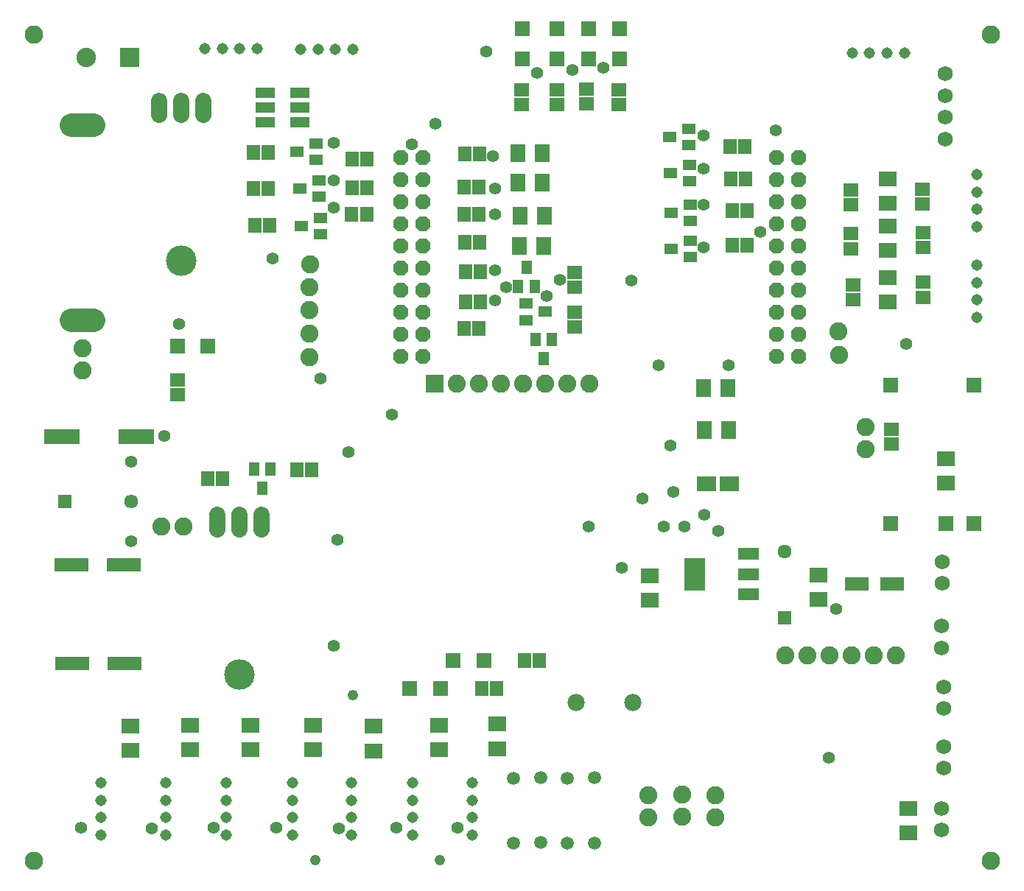
<source format=gts>
G75*
%MOIN*%
%OFA0B0*%
%FSLAX25Y25*%
%IPPOS*%
%LPD*%
%AMOC8*
5,1,8,0,0,1.08239X$1,22.5*
%
%ADD10C,0.08280*%
%ADD11R,0.06343X0.06343*%
%ADD12C,0.06343*%
%ADD13C,0.06824*%
%ADD14R,0.07887X0.07099*%
%ADD15R,0.11036X0.06312*%
%ADD16R,0.15761X0.06312*%
%ADD17R,0.07099X0.07887*%
%ADD18R,0.16154X0.07099*%
%ADD19R,0.06312X0.04737*%
%ADD20R,0.09600X0.05600*%
%ADD21R,0.09461X0.14973*%
%ADD22R,0.06706X0.06706*%
%ADD23R,0.08674X0.05131*%
%ADD24R,0.08800X0.08800*%
%ADD25C,0.08800*%
%ADD26R,0.04737X0.06312*%
%ADD27R,0.05918X0.06706*%
%ADD28R,0.06706X0.05918*%
%ADD29C,0.08200*%
%ADD30OC8,0.06824*%
%ADD31C,0.05950*%
%ADD32R,0.06824X0.06824*%
%ADD33C,0.10800*%
%ADD34R,0.08674X0.06706*%
%ADD35C,0.05162*%
%ADD36C,0.07800*%
%ADD37R,0.08200X0.08200*%
%ADD38C,0.07400*%
%ADD39C,0.13800*%
%ADD40C,0.05550*%
%ADD41C,0.04762*%
D10*
X0010843Y0010843D03*
X0010843Y0384858D03*
X0443913Y0384858D03*
X0443913Y0010843D03*
D11*
X0350543Y0120640D03*
X0025039Y0173587D03*
D12*
X0055039Y0173587D03*
X0350543Y0150640D03*
D13*
X0421850Y0146197D03*
X0421850Y0136354D03*
X0421797Y0117053D03*
X0421797Y0107211D03*
X0422624Y0089553D03*
X0422624Y0079711D03*
X0422676Y0062459D03*
X0422676Y0052616D03*
X0421725Y0034548D03*
X0421725Y0024706D03*
X0423180Y0337565D03*
X0423180Y0347407D03*
X0423180Y0357250D03*
X0423180Y0367093D03*
D14*
X0397309Y0319512D03*
X0397309Y0308488D03*
X0397309Y0298012D03*
X0397309Y0286988D03*
X0397309Y0274762D03*
X0397309Y0263738D03*
X0423815Y0192822D03*
X0423815Y0181798D03*
X0365872Y0140262D03*
X0365872Y0129238D03*
X0289809Y0128677D03*
X0289809Y0139701D03*
X0220735Y0072596D03*
X0220735Y0061573D03*
X0194238Y0060952D03*
X0194238Y0071975D03*
X0164616Y0071604D03*
X0164616Y0060581D03*
X0137248Y0060981D03*
X0137248Y0072005D03*
X0109126Y0072009D03*
X0109126Y0060985D03*
X0081812Y0061210D03*
X0081812Y0072233D03*
X0054732Y0071906D03*
X0054732Y0060882D03*
X0406576Y0034420D03*
X0406576Y0023397D03*
D15*
X0399451Y0136059D03*
X0383309Y0136059D03*
D16*
X0051758Y0144657D03*
X0028136Y0144657D03*
X0028449Y0099970D03*
X0052071Y0099970D03*
D17*
X0230660Y0289150D03*
X0241684Y0289150D03*
X0241884Y0302750D03*
X0230860Y0302750D03*
X0230110Y0317750D03*
X0241134Y0317750D03*
X0241134Y0331000D03*
X0230110Y0331000D03*
X0314060Y0224750D03*
X0325084Y0224750D03*
X0325384Y0205900D03*
X0314360Y0205900D03*
D18*
X0057272Y0202888D03*
X0023807Y0202888D03*
D19*
X0131978Y0298063D03*
X0140640Y0301803D03*
X0140640Y0294323D03*
X0139890Y0311323D03*
X0139890Y0318803D03*
X0138640Y0328073D03*
X0138640Y0335553D03*
X0129978Y0331813D03*
X0131228Y0315063D03*
X0233706Y0263065D03*
X0233706Y0255585D03*
X0242367Y0259325D03*
X0299217Y0287693D03*
X0307878Y0291433D03*
X0307878Y0283953D03*
X0307841Y0300348D03*
X0307841Y0307829D03*
X0299179Y0304089D03*
X0307716Y0318319D03*
X0307716Y0325799D03*
X0307303Y0334602D03*
X0307303Y0342083D03*
X0298642Y0338343D03*
X0299054Y0322059D03*
D20*
X0334322Y0149600D03*
X0334322Y0140500D03*
X0334322Y0131400D03*
D21*
X0309921Y0140500D03*
D22*
X0214575Y0101500D03*
X0200795Y0101500D03*
X0194890Y0088750D03*
X0181110Y0088750D03*
X0089797Y0243912D03*
X0076017Y0243912D03*
X0231920Y0373648D03*
X0231920Y0387427D03*
X0247666Y0387427D03*
X0247666Y0373648D03*
X0261856Y0373773D03*
X0261856Y0387552D03*
X0276153Y0387427D03*
X0276153Y0373648D03*
D23*
X0131433Y0358506D03*
X0131433Y0351813D03*
X0131433Y0345120D03*
X0115685Y0345120D03*
X0115685Y0351813D03*
X0115685Y0358506D03*
D24*
X0054406Y0374356D03*
D25*
X0034720Y0374356D03*
D26*
X0230125Y0270774D03*
X0237605Y0270774D03*
X0233865Y0279435D03*
X0237900Y0246831D03*
X0245380Y0246831D03*
X0241640Y0238169D03*
X0118126Y0188008D03*
X0110646Y0188008D03*
X0114386Y0179346D03*
D27*
X0129937Y0187614D03*
X0136630Y0187614D03*
X0096472Y0183677D03*
X0089780Y0183677D03*
X0205776Y0251750D03*
X0212469Y0251750D03*
X0213026Y0263904D03*
X0206333Y0263904D03*
X0206333Y0277469D03*
X0213026Y0277469D03*
X0212619Y0290600D03*
X0205926Y0290600D03*
X0205526Y0303500D03*
X0212219Y0303500D03*
X0212219Y0315750D03*
X0205526Y0315750D03*
X0206026Y0330750D03*
X0212719Y0330750D03*
X0161656Y0328563D03*
X0154963Y0328563D03*
X0154963Y0315563D03*
X0161656Y0315563D03*
X0161512Y0303281D03*
X0154819Y0303281D03*
X0117656Y0298563D03*
X0110963Y0298563D03*
X0110213Y0315063D03*
X0116906Y0315063D03*
X0116906Y0331563D03*
X0110213Y0331563D03*
X0326026Y0334262D03*
X0332719Y0334262D03*
X0333045Y0319547D03*
X0326352Y0319547D03*
X0326852Y0305163D03*
X0333545Y0305163D03*
X0333689Y0289348D03*
X0326996Y0289348D03*
X0239531Y0101500D03*
X0232839Y0101500D03*
X0220471Y0088750D03*
X0213779Y0088750D03*
D28*
X0075933Y0221775D03*
X0075933Y0228468D03*
X0231795Y0353066D03*
X0231795Y0359759D03*
X0247791Y0359884D03*
X0247791Y0353191D03*
X0261106Y0353316D03*
X0261106Y0360009D03*
X0275528Y0359884D03*
X0275528Y0353191D03*
X0255774Y0276979D03*
X0255774Y0270286D03*
X0255654Y0259092D03*
X0255654Y0252399D03*
X0381809Y0264654D03*
X0381809Y0271346D03*
X0380559Y0287904D03*
X0380559Y0294596D03*
X0380559Y0307654D03*
X0380559Y0314346D03*
X0413059Y0314846D03*
X0413059Y0308154D03*
X0413309Y0295096D03*
X0413309Y0288404D03*
X0413309Y0272596D03*
X0413309Y0265904D03*
X0399122Y0206212D03*
X0399122Y0199519D03*
D29*
X0387496Y0197250D03*
X0387496Y0207250D03*
X0375435Y0239750D03*
X0374935Y0250500D03*
X0262378Y0226600D03*
X0252378Y0226600D03*
X0242378Y0226600D03*
X0232378Y0226600D03*
X0222378Y0226600D03*
X0212378Y0226600D03*
X0202378Y0226600D03*
X0135770Y0238780D03*
X0135770Y0249530D03*
X0135520Y0260030D03*
X0135770Y0270530D03*
X0135895Y0280905D03*
X0032939Y0242750D03*
X0032939Y0232750D03*
X0068756Y0162250D03*
X0078756Y0162250D03*
X0289125Y0040500D03*
X0289125Y0030500D03*
X0304500Y0030750D03*
X0304500Y0040750D03*
X0319500Y0040500D03*
X0319500Y0030500D03*
X0351125Y0103625D03*
X0361125Y0103625D03*
X0371125Y0103625D03*
X0381125Y0103625D03*
X0391125Y0103625D03*
X0401125Y0103625D03*
D30*
X0357122Y0239000D03*
X0347122Y0239000D03*
X0347122Y0249000D03*
X0357122Y0249000D03*
X0357122Y0259000D03*
X0347122Y0259000D03*
X0347122Y0269000D03*
X0357122Y0269000D03*
X0357122Y0279000D03*
X0347122Y0279000D03*
X0347122Y0289000D03*
X0347122Y0299000D03*
X0357122Y0299000D03*
X0357122Y0289000D03*
X0357122Y0309000D03*
X0347122Y0309000D03*
X0347122Y0319000D03*
X0357122Y0319000D03*
X0357122Y0329000D03*
X0347122Y0329000D03*
X0187122Y0329000D03*
X0177122Y0329000D03*
X0177122Y0319000D03*
X0177122Y0309000D03*
X0177122Y0299000D03*
X0177122Y0289000D03*
X0177122Y0279000D03*
X0177122Y0269000D03*
X0177122Y0259000D03*
X0177122Y0249000D03*
X0177122Y0239000D03*
X0187122Y0239000D03*
X0187122Y0249000D03*
X0187122Y0259000D03*
X0187122Y0269000D03*
X0187122Y0279000D03*
X0187122Y0289000D03*
X0187122Y0299000D03*
X0187122Y0309000D03*
X0187122Y0319000D03*
D31*
X0228000Y0048153D03*
X0240175Y0048575D03*
X0252500Y0048153D03*
X0264550Y0048300D03*
X0264550Y0018772D03*
X0252500Y0018625D03*
X0240175Y0019047D03*
X0228000Y0018625D03*
D32*
X0398803Y0163481D03*
X0423764Y0163481D03*
X0436283Y0163481D03*
X0436303Y0226001D03*
X0398803Y0226001D03*
D33*
X0037939Y0255326D02*
X0027939Y0255326D01*
X0027939Y0343926D02*
X0037939Y0343926D01*
D34*
X0315354Y0181350D03*
X0325590Y0181350D03*
D35*
X0437693Y0256827D03*
X0437693Y0264701D03*
X0437693Y0272575D03*
X0437693Y0280449D03*
X0437693Y0297772D03*
X0437693Y0305646D03*
X0437693Y0313520D03*
X0437693Y0321394D03*
X0404858Y0376512D03*
X0396984Y0376512D03*
X0389110Y0376512D03*
X0381236Y0376512D03*
X0155252Y0378087D03*
X0147378Y0378087D03*
X0139504Y0378087D03*
X0131630Y0378087D03*
X0111945Y0378480D03*
X0104071Y0378480D03*
X0096197Y0378480D03*
X0088323Y0378480D03*
X0098090Y0046060D03*
X0098090Y0038186D03*
X0098090Y0030312D03*
X0098090Y0022438D03*
X0070590Y0022438D03*
X0070590Y0030312D03*
X0070590Y0038186D03*
X0070590Y0046060D03*
X0041465Y0046060D03*
X0041465Y0038186D03*
X0041465Y0030312D03*
X0041465Y0022438D03*
X0127840Y0022438D03*
X0127840Y0030312D03*
X0127840Y0038186D03*
X0127840Y0046060D03*
X0154715Y0046060D03*
X0154715Y0038186D03*
X0154715Y0030312D03*
X0154715Y0022438D03*
X0182340Y0022438D03*
X0182340Y0030312D03*
X0182340Y0038186D03*
X0182340Y0046060D03*
X0209340Y0046060D03*
X0209340Y0038186D03*
X0209340Y0030312D03*
X0209340Y0022438D03*
D36*
X0256455Y0082500D03*
X0282045Y0082500D03*
D37*
X0192378Y0226600D03*
D38*
X0114150Y0167489D02*
X0114150Y0160889D01*
X0104150Y0160889D02*
X0104150Y0167489D01*
X0094150Y0167489D02*
X0094150Y0160889D01*
X0087772Y0348291D02*
X0087772Y0354891D01*
X0077772Y0354891D02*
X0077772Y0348291D01*
X0067772Y0348291D02*
X0067772Y0354891D01*
D39*
X0077772Y0282591D03*
X0104150Y0095189D03*
D40*
X0146669Y0108087D03*
X0148244Y0156118D03*
X0153362Y0195882D03*
X0173047Y0212811D03*
X0140764Y0228953D03*
X0119110Y0283283D03*
X0146669Y0306512D03*
X0146669Y0318717D03*
X0146669Y0335646D03*
X0182102Y0335252D03*
X0192732Y0344307D03*
X0218717Y0329740D03*
X0219504Y0315173D03*
X0219504Y0303362D03*
X0219504Y0278165D03*
X0224622Y0270291D03*
X0219504Y0264386D03*
X0243126Y0266354D03*
X0249031Y0273835D03*
X0281315Y0273441D03*
X0313992Y0288402D03*
X0313992Y0307693D03*
X0313992Y0324228D03*
X0313992Y0339189D03*
X0346669Y0341551D03*
X0339583Y0295488D03*
X0325331Y0234976D03*
X0293520Y0235252D03*
X0299031Y0198638D03*
X0300213Y0177772D03*
X0314386Y0167535D03*
X0320685Y0160055D03*
X0305331Y0162024D03*
X0295882Y0162024D03*
X0286433Y0174622D03*
X0262024Y0162024D03*
X0276984Y0143520D03*
X0373835Y0124622D03*
X0370685Y0057299D03*
X0202575Y0025803D03*
X0175016Y0025803D03*
X0149031Y0025409D03*
X0120685Y0025803D03*
X0092339Y0025803D03*
X0064386Y0025409D03*
X0032496Y0025803D03*
X0054937Y0155331D03*
X0054937Y0191551D03*
X0069898Y0202969D03*
X0076591Y0253756D03*
X0215567Y0376984D03*
X0238795Y0367535D03*
X0254543Y0368717D03*
X0268717Y0369898D03*
X0405724Y0244701D03*
D41*
X0155242Y0085606D03*
X0138500Y0011000D03*
X0194750Y0011000D03*
M02*

</source>
